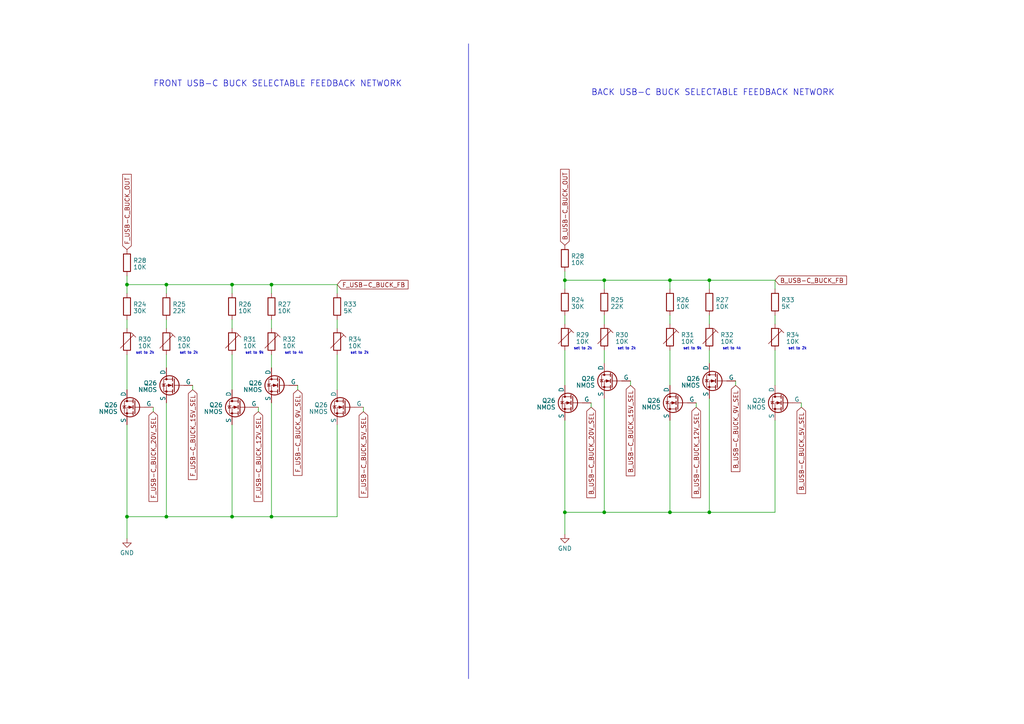
<source format=kicad_sch>
(kicad_sch (version 20230121) (generator eeschema)
  (paper "A4")
  (lib_symbols
    (symbol "Device:R" (pin_numbers hide) (pin_names (offset 0))
      (property "Reference" "R" (at 2.032 0 90))
      (property "Value" "R" (at 0 0 90))
      (symbol "R_0_1"
        (rectangle (start -1.016 -2.54) (end 1.016 2.54) (stroke (width 0.254)))
      )
      (symbol "R_1_1"
        (pin passive line (at 0 3.81 270) (length 1.27) (name "~") (number "1"))
        (pin passive line (at 0 -3.81 90) (length 1.27) (name "~") (number "2"))
      )
    )
    (symbol "Device:R_Trim" (pin_numbers hide) (pin_names (offset 0))
      (property "Reference" "R" (at 2.54 -2.54 90))
      (property "Value" "R_Trim" (at -2.54 -0.635 90))
      (symbol "R_Trim_0_1"
        (rectangle (start -1.016 -2.54) (end 1.016 2.54) (stroke (width 0.254)))
        (polyline (pts (xy -1.905 -1.905) (xy 1.905 1.905) (xy 2.54 1.27) (xy 1.27 2.54)))
      )
      (symbol "R_Trim_1_1"
        (pin passive line (at 0 3.81 270) (length 1.27) (name "~") (number "1"))
        (pin passive line (at 0 -3.81 90) (length 1.27) (name "~") (number "2"))
      )
    )
    (symbol "Simulation_SPICE:NMOS" (pin_numbers hide) (pin_names (offset 0))
      (property "Reference" "Q" (at 5.08 1.27 0))
      (property "Value" "NMOS" (at 5.08 -1.27 0))
      (symbol "NMOS_0_1"
        (polyline (pts (xy 0.254 0) (xy -2.54 0)))
        (polyline (pts (xy 0.254 1.905) (xy 0.254 -1.905)) (stroke (width 0.254)))
        (polyline (pts (xy 0.762 -1.27) (xy 0.762 -2.286)) (stroke (width 0.254)))
        (polyline (pts (xy 0.762 0.508) (xy 0.762 -0.508)) (stroke (width 0.254)))
        (polyline (pts (xy 0.762 2.286) (xy 0.762 1.27)) (stroke (width 0.254)))
        (polyline (pts (xy 2.54 2.54) (xy 2.54 1.778)))
        (polyline (pts (xy 2.54 -2.54) (xy 2.54 0) (xy 0.762 0)))
        (polyline (pts (xy 0.762 -1.778) (xy 3.302 -1.778) (xy 3.302 1.778) (xy 0.762 1.778)))
        (polyline (pts (xy 1.016 0) (xy 2.032 0.381) (xy 2.032 -0.381) (xy 1.016 0)) (fill (type outline)))
        (polyline (pts (xy 2.794 0.508) (xy 2.921 0.381) (xy 3.683 0.381) (xy 3.81 0.254)))
        (polyline (pts (xy 3.302 0.381) (xy 2.921 -0.254) (xy 3.683 -0.254) (xy 3.302 0.381)))
        (circle (center 1.651 0) (radius 2.794) (stroke (width 0.254)))
        (circle (center 2.54 -1.778) (radius 0.254) (fill (type outline)))
        (circle (center 2.54 1.778) (radius 0.254) (fill (type outline)))
      )
      (symbol "NMOS_1_1"
        (pin passive line (at 2.54 5.08 270) (length 2.54) (name "D") (number "1"))
        (pin input line (at -5.08 0 0) (length 2.54) (name "G") (number "2"))
        (pin passive line (at 2.54 -5.08 90) (length 2.54) (name "S") (number "3"))
      )
    )
    (symbol "power:GND" (power) (pin_names (offset 0))
      (property "Value" "GND" (at 0 -3.81 0))
      (symbol "GND_0_1"
        (polyline (pts (xy 0 0) (xy 0 -1.27) (xy 1.27 -1.27) (xy 0 -2.54) (xy -1.27 -1.27) (xy 0 -1.27)))
      )
      (symbol "GND_1_1"
        (pin power_in line (at 0 0 270) (length 0) hide (name "GND") (number "1"))
      )
    )
  )
  (junction (at 194.31 148.59))
  (junction (at 175.26 148.59))
  (junction (at 67.31 82.55))
  (junction (at 48.26 149.86))
  (junction (at 48.26 82.55))
  (junction (at 205.74 81.28))
  (junction (at 205.74 148.59))
  (junction (at 163.83 148.59))
  (junction (at 194.31 81.28))
  (junction (at 36.83 82.55))
  (junction (at 163.83 81.28))
  (junction (at 67.31 149.86))
  (junction (at 175.26 81.28))
  (junction (at 78.74 82.55))
  (junction (at 36.83 149.86))
  (junction (at 78.74 149.86))
  (wire (pts (xy 97.79 82.55) (xy 97.79 85.09)))
  (wire (pts (xy 67.31 82.55) (xy 78.74 82.55)))
  (wire (pts (xy 224.79 81.28) (xy 224.79 83.82)))
  (wire (pts (xy 194.31 148.59) (xy 175.26 148.59)))
  (wire (pts (xy 182.88 110.49) (xy 182.88 111.76)))
  (wire (pts (xy 36.83 80.01) (xy 36.83 82.55)))
  (wire (pts (xy 44.45 118.11) (xy 44.45 119.38)))
  (wire (pts (xy 78.74 116.84) (xy 78.74 149.86)))
  (wire (pts (xy 78.74 102.87) (xy 78.74 106.68)))
  (wire (pts (xy 97.79 123.19) (xy 97.79 149.86)))
  (wire (pts (xy 163.83 101.6) (xy 163.83 111.76)))
  (wire (pts (xy 48.26 102.87) (xy 48.26 106.68)))
  (wire (pts (xy 67.31 102.87) (xy 67.31 113.03)))
  (wire (pts (xy 213.36 110.49) (xy 213.36 111.76)))
  (wire (pts (xy 205.74 91.44) (xy 205.74 93.98)))
  (wire (pts (xy 78.74 82.55) (xy 97.79 82.55)))
  (wire (pts (xy 201.93 116.84) (xy 201.93 118.11)))
  (wire (pts (xy 36.83 123.19) (xy 36.83 149.86)))
  (wire (pts (xy 163.83 121.92) (xy 163.83 148.59)))
  (wire (pts (xy 175.26 101.6) (xy 175.26 105.41)))
  (wire (pts (xy 67.31 123.19) (xy 67.31 149.86)))
  (wire (pts (xy 163.83 148.59) (xy 163.83 154.94)))
  (wire (pts (xy 97.79 102.87) (xy 97.79 113.03)))
  (wire (pts (xy 67.31 149.86) (xy 48.26 149.86)))
  (wire (pts (xy 205.74 83.82) (xy 205.74 81.28)))
  (wire (pts (xy 194.31 81.28) (xy 194.31 83.82)))
  (wire (pts (xy 67.31 92.71) (xy 67.31 95.25)))
  (wire (pts (xy 224.79 101.6) (xy 224.79 111.76)))
  (wire (pts (xy 78.74 149.86) (xy 67.31 149.86)))
  (wire (pts (xy 205.74 115.57) (xy 205.74 148.59)))
  (wire (pts (xy 55.88 111.76) (xy 55.88 113.03)))
  (wire (pts (xy 194.31 101.6) (xy 194.31 111.76)))
  (wire (pts (xy 48.26 82.55) (xy 48.26 85.09)))
  (wire (pts (xy 48.26 116.84) (xy 48.26 149.86)))
  (wire (pts (xy 86.36 111.76) (xy 86.36 113.03)))
  (wire (pts (xy 171.45 116.84) (xy 171.45 118.11)))
  (wire (pts (xy 48.26 149.86) (xy 36.83 149.86)))
  (wire (pts (xy 105.41 118.11) (xy 105.41 119.38)))
  (wire (pts (xy 36.83 92.71) (xy 36.83 95.25)))
  (polyline (pts (xy 135.89 12.7) (xy 135.89 196.85)))
  (wire (pts (xy 36.83 149.86) (xy 36.83 156.21)))
  (wire (pts (xy 48.26 92.71) (xy 48.26 95.25)))
  (wire (pts (xy 194.31 121.92) (xy 194.31 148.59)))
  (wire (pts (xy 163.83 81.28) (xy 175.26 81.28)))
  (wire (pts (xy 194.31 81.28) (xy 205.74 81.28)))
  (wire (pts (xy 74.93 118.11) (xy 74.93 119.38)))
  (wire (pts (xy 163.83 91.44) (xy 163.83 93.98)))
  (wire (pts (xy 78.74 85.09) (xy 78.74 82.55)))
  (wire (pts (xy 175.26 91.44) (xy 175.26 93.98)))
  (wire (pts (xy 175.26 81.28) (xy 175.26 83.82)))
  (wire (pts (xy 36.83 82.55) (xy 48.26 82.55)))
  (wire (pts (xy 175.26 81.28) (xy 194.31 81.28)))
  (wire (pts (xy 175.26 148.59) (xy 163.83 148.59)))
  (wire (pts (xy 97.79 149.86) (xy 78.74 149.86)))
  (wire (pts (xy 205.74 101.6) (xy 205.74 105.41)))
  (wire (pts (xy 36.83 82.55) (xy 36.83 85.09)))
  (wire (pts (xy 232.41 116.84) (xy 232.41 118.11)))
  (wire (pts (xy 67.31 82.55) (xy 67.31 85.09)))
  (wire (pts (xy 205.74 148.59) (xy 194.31 148.59)))
  (wire (pts (xy 224.79 121.92) (xy 224.79 148.59)))
  (wire (pts (xy 194.31 91.44) (xy 194.31 93.98)))
  (wire (pts (xy 163.83 81.28) (xy 163.83 83.82)))
  (wire (pts (xy 97.79 92.71) (xy 97.79 95.25)))
  (wire (pts (xy 224.79 91.44) (xy 224.79 93.98)))
  (wire (pts (xy 36.83 102.87) (xy 36.83 113.03)))
  (wire (pts (xy 48.26 82.55) (xy 67.31 82.55)))
  (wire (pts (xy 163.83 78.74) (xy 163.83 81.28)))
  (wire (pts (xy 224.79 148.59) (xy 205.74 148.59)))
  (wire (pts (xy 78.74 92.71) (xy 78.74 95.25)))
  (wire (pts (xy 205.74 81.28) (xy 224.79 81.28)))
  (wire (pts (xy 175.26 115.57) (xy 175.26 148.59)))
  (text "set to 9k" (at 198.12 101.6 0) (effects (font (size 0.75 0.75)) (justify left bottom)))
  (text "BACK USB-C BUCK SELECTABLE FEEDBACK NETWORK" (at 171.45 27.94 0) (effects (font (size 1.75 1.75)) (justify left bottom)))
  (text "set to 4k" (at 82.55 102.87 0) (effects (font (size 0.75 0.75)) (justify left bottom)))
  (text "set to 2k" (at 52.07 102.87 0) (effects (font (size 0.75 0.75)) (justify left bottom)))
  (text "set to 4k" (at 209.55 101.6 0) (effects (font (size 0.75 0.75)) (justify left bottom)))
  (text "set to 2k" (at 179.07 101.6 0) (effects (font (size 0.75 0.75)) (justify left bottom)))
  (text "set to 2k" (at 228.6 101.6 0) (effects (font (size 0.75 0.75)) (justify left bottom)))
  (text "set to 2k" (at 166.37 101.6 0) (effects (font (size 0.75 0.75)) (justify left bottom)))
  (text "set to 9k" (at 71.12 102.87 0) (effects (font (size 0.75 0.75)) (justify left bottom)))
  (text "set to 2k" (at 101.6 102.87 0) (effects (font (size 0.75 0.75)) (justify left bottom)))
  (text "FRONT USB-C BUCK SELECTABLE FEEDBACK NETWORK" (at 44.45 25.4 0) (effects (font (size 1.75 1.75)) (justify left bottom)))
  (text "set to 2k" (at 39.37 102.87 0) (effects (font (size 0.75 0.75)) (justify left bottom)))
  (global_label "B_USB-C_BUCK_5V_SEL" (shape input) (at 232.41 118.11 270) (property "Intersheetrefs" "${INTERSHEET_REFS}" (effects hide)))
  (global_label "B_USB-C_BUCK_9V_SEL" (shape input) (at 213.36 111.76 270) (property "Intersheetrefs" "${INTERSHEET_REFS}" (effects hide)))
  (global_label "B_USB-C_BUCK_12V_SEL" (shape input) (at 201.93 118.11 270) (property "Intersheetrefs" "${INTERSHEET_REFS}" (effects hide)))
  (global_label "B_USB-C_BUCK_OUT" (shape input) (at 163.83 71.12 90) (property "Intersheetrefs" "${INTERSHEET_REFS}" (effects hide)))
  (global_label "F_USB-C_BUCK_9V_SEL" (shape input) (at 86.36 113.03 270) (property "Intersheetrefs" "${INTERSHEET_REFS}" (effects hide)))
  (global_label "B_USB-C_BUCK_20V_SEL" (shape input) (at 171.45 118.11 270) (property "Intersheetrefs" "${INTERSHEET_REFS}" (effects hide)))
  (global_label "F_USB-C_BUCK_OUT" (shape input) (at 36.83 72.39 90) (property "Intersheetrefs" "${INTERSHEET_REFS}" (effects hide)))
  (global_label "F_USB-C_BUCK_15V_SEL" (shape input) (at 55.88 113.03 270) (property "Intersheetrefs" "${INTERSHEET_REFS}" (effects hide)))
  (global_label "F_USB-C_BUCK_FB" (shape input) (at 97.79 82.55 0) (property "Intersheetrefs" "${INTERSHEET_REFS}" (effects hide)))
  (global_label "B_USB-C_BUCK_FB" (shape input) (at 224.79 81.28 0) (property "Intersheetrefs" "${INTERSHEET_REFS}" (effects hide)))
  (global_label "F_USB-C_BUCK_5V_SEL" (shape input) (at 105.41 119.38 270) (property "Intersheetrefs" "${INTERSHEET_REFS}" (effects hide)))
  (global_label "F_USB-C_BUCK_12V_SEL" (shape input) (at 74.93 119.38 270) (property "Intersheetrefs" "${INTERSHEET_REFS}" (effects hide)))
  (global_label "F_USB-C_BUCK_20V_SEL" (shape input) (at 44.45 119.38 270) (property "Intersheetrefs" "${INTERSHEET_REFS}" (effects hide)))
  (global_label "B_USB-C_BUCK_15V_SEL" (shape input) (at 182.88 111.76 270) (property "Intersheetrefs" "${INTERSHEET_REFS}" (effects hide)))
  (symbol (lib_id "Device:R") (at 36.83 88.9 0) (unit 1)
    (property "Reference" "R24" (at 38.608 88.2563 0) (effects (justify left)))
    (property "Value" "30K" (at 38.608 90.1773 0) (effects (justify left)))
    (property "Footprint" "Resistor_SMD:R_0603_1608Metric" (effects hide))
    (instances (project "usbc-car-module" (path "" (reference "R24") (unit 1)) (path "" (reference "R29") (unit 1))))
  )
  (symbol (lib_id "Device:R") (at 48.26 88.9 0) (unit 1)
    (property "Reference" "R25" (at 50.038 88.2563 0) (effects (justify left)))
    (property "Value" "22K" (at 50.038 90.1773 0) (effects (justify left)))
    (property "Footprint" "Resistor_SMD:R_0603_1608Metric" (effects hide))
    (instances (project "usbc-car-module" (path "" (reference "R25") (unit 1)) (path "" (reference "R31") (unit 1))))
  )
  (symbol (lib_id "Device:R_Trim") (at 48.26 99.06 0) (unit 1)
    (property "Reference" "R30" (at 51.435 98.4163 0) (effects (justify left)))
    (property "Value" "10K" (at 51.435 100.3373 0) (effects (justify left)))
    (property "Footprint" "Potentiometer_SMD:Potentiometer_Bourns_TC33X_Vertical" (effects hide))
    (instances (project "usbc-car-module" (path "" (reference "R30") (unit 1)) (path "" (reference "R32") (unit 1))))
  )
  (symbol (lib_id "Simulation_SPICE:NMOS") (at 39.37 118.11 0) (mirror y) (unit 1)
    (property "Reference" "Q26" (at 34.163 117.4663 0) (effects (justify left)))
    (property "Value" "NMOS" (at 34.163 119.3873 0) (effects (justify left)))
    (property "Footprint" "Package_TO_SOT_SMD:SOT-416" (effects hide))
    (property "Datasheet" "https://ngspice.sourceforge.io/docs/ngspice-manual.pdf" (effects hide))
    (property "Sim.Device" "NMOS" (effects hide))
    (property "Sim.Type" "VDMOS" (effects hide))
    (property "Sim.Pins" "1=D 2=G 3=S" (effects hide))
    (instances (project "usbc-car-module" (path "" (reference "Q26") (unit 1)) (path "" (reference "Q11") (unit 1))))
  )
  (symbol (lib_id "power:GND") (at 36.83 156.21 0) (unit 1)
    (property "Reference" "#PWR032" (effects hide))
    (property "Value" "GND" (at 36.83 160.3455 0))
    (instances (project "usbc-car-module" (path "" (reference "#PWR032") (unit 1)) (path "" (reference "#PWR040") (unit 1))))
  )
  (symbol (lib_id "Device:R_Trim") (at 205.74 97.79 0) (unit 1)
    (property "Reference" "R32" (at 208.915 97.1463 0) (effects (justify left)))
    (property "Value" "10K" (at 208.915 99.0673 0) (effects (justify left)))
    (property "Footprint" "Potentiometer_SMD:Potentiometer_Bourns_TC33X_Vertical" (effects hide))
    (instances (project "usbc-car-module" (path "" (reference "R32") (unit 1)) (path "" (reference "R47") (unit 1))))
  )
  (symbol (lib_id "Device:R_Trim") (at 67.31 99.06 0) (unit 1)
    (property "Reference" "R31" (at 70.485 98.4163 0) (effects (justify left)))
    (property "Value" "10K" (at 70.485 100.3373 0) (effects (justify left)))
    (property "Footprint" "Potentiometer_SMD:Potentiometer_Bourns_TC33X_Vertical" (effects hide))
    (instances (project "usbc-car-module" (path "" (reference "R31") (unit 1)) (path "" (reference "R34") (unit 1))))
  )
  (symbol (lib_id "Simulation_SPICE:NMOS") (at 166.37 116.84 0) (mirror y) (unit 1)
    (property "Reference" "Q26" (at 161.163 116.1963 0) (effects (justify left)))
    (property "Value" "NMOS" (at 161.163 118.1173 0) (effects (justify left)))
    (property "Footprint" "Package_TO_SOT_SMD:SOT-416" (effects hide))
    (property "Datasheet" "https://ngspice.sourceforge.io/docs/ngspice-manual.pdf" (effects hide))
    (property "Sim.Device" "NMOS" (effects hide))
    (property "Sim.Type" "VDMOS" (effects hide))
    (property "Sim.Pins" "1=D 2=G 3=S" (effects hide))
    (instances (project "usbc-car-module" (path "" (reference "Q26") (unit 1)) (path "" (reference "Q16") (unit 1))))
  )
  (symbol (lib_id "Simulation_SPICE:NMOS") (at 208.28 110.49 0) (mirror y) (unit 1)
    (property "Reference" "Q26" (at 203.073 109.8463 0) (effects (justify left)))
    (property "Value" "NMOS" (at 203.073 111.7673 0) (effects (justify left)))
    (property "Footprint" "Package_TO_SOT_SMD:SOT-416" (effects hide))
    (property "Datasheet" "https://ngspice.sourceforge.io/docs/ngspice-manual.pdf" (effects hide))
    (property "Sim.Device" "NMOS" (effects hide))
    (property "Sim.Type" "VDMOS" (effects hide))
    (property "Sim.Pins" "1=D 2=G 3=S" (effects hide))
    (instances (project "usbc-car-module" (path "" (reference "Q26") (unit 1)) (path "" (reference "Q13") (unit 1))))
  )
  (symbol (lib_id "Device:R") (at 194.31 87.63 0) (unit 1)
    (property "Reference" "R26" (at 196.088 86.9863 0) (effects (justify left)))
    (property "Value" "10K" (at 196.088 88.9073 0) (effects (justify left)))
    (property "Footprint" "Resistor_SMD:R_0603_1608Metric" (effects hide))
    (instances (project "usbc-car-module" (path "" (reference "R26") (unit 1)) (path "" (reference "R44") (unit 1))))
  )
  (symbol (lib_id "Device:R") (at 97.79 88.9 0) (unit 1)
    (property "Reference" "R33" (at 99.568 88.2563 0) (effects (justify left)))
    (property "Value" "5K" (at 99.568 90.1773 0) (effects (justify left)))
    (property "Footprint" "Resistor_SMD:R_0603_1608Metric" (effects hide))
    (instances (project "usbc-car-module" (path "" (reference "R33") (unit 1)) (path "" (reference "R37") (unit 1))))
  )
  (symbol (lib_id "Device:R") (at 175.26 87.63 0) (unit 1)
    (property "Reference" "R25" (at 177.038 86.9863 0) (effects (justify left)))
    (property "Value" "22K" (at 177.038 88.9073 0) (effects (justify left)))
    (property "Footprint" "Resistor_SMD:R_0603_1608Metric" (effects hide))
    (instances (project "usbc-car-module" (path "" (reference "R25") (unit 1)) (path "" (reference "R42") (unit 1))))
  )
  (symbol (lib_id "Device:R_Trim") (at 36.83 99.06 0) (unit 1)
    (property "Reference" "R30" (at 40.005 98.4163 0) (effects (justify left)))
    (property "Value" "10K" (at 40.005 100.3373 0) (effects (justify left)))
    (property "Footprint" "Potentiometer_SMD:Potentiometer_Bourns_TC33X_Vertical" (effects hide))
  )
  (symbol (lib_id "Device:R") (at 224.79 87.63 0) (unit 1)
    (property "Reference" "R33" (at 226.568 86.9863 0) (effects (justify left)))
    (property "Value" "5K" (at 226.568 88.9073 0) (effects (justify left)))
    (property "Footprint" "Resistor_SMD:R_0603_1608Metric" (effects hide))
    (instances (project "usbc-car-module" (path "" (reference "R33") (unit 1)) (path "" (reference "R48") (unit 1))))
  )
  (symbol (lib_id "power:GND") (at 163.83 154.94 0) (unit 1)
    (property "Reference" "#PWR032" (effects hide))
    (property "Value" "GND" (at 163.83 159.0755 0))
    (instances (project "usbc-car-module" (path "" (reference "#PWR032") (unit 1)) (path "" (reference "#PWR041") (unit 1))))
  )
  (symbol (lib_id "Device:R_Trim") (at 194.31 97.79 0) (unit 1)
    (property "Reference" "R31" (at 197.485 97.1463 0) (effects (justify left)))
    (property "Value" "10K" (at 197.485 99.0673 0) (effects (justify left)))
    (property "Footprint" "Potentiometer_SMD:Potentiometer_Bourns_TC33X_Vertical" (effects hide))
    (instances (project "usbc-car-module" (path "" (reference "R31") (unit 1)) (path "" (reference "R45") (unit 1))))
  )
  (symbol (lib_id "Device:R") (at 78.74 88.9 0) (unit 1)
    (property "Reference" "R27" (at 80.518 88.2563 0) (effects (justify left)))
    (property "Value" "10K" (at 80.518 90.1773 0) (effects (justify left)))
    (property "Footprint" "Resistor_SMD:R_0603_1608Metric" (effects hide))
    (instances (project "usbc-car-module" (path "" (reference "R27") (unit 1)) (path "" (reference "R35") (unit 1))))
  )
  (symbol (lib_id "Device:R_Trim") (at 224.79 97.79 0) (unit 1)
    (property "Reference" "R34" (at 227.965 97.1463 0) (effects (justify left)))
    (property "Value" "10K" (at 227.965 99.0673 0) (effects (justify left)))
    (property "Footprint" "Potentiometer_SMD:Potentiometer_Bourns_TC33X_Vertical" (effects hide))
    (instances (project "usbc-car-module" (path "" (reference "R34") (unit 1)) (path "" (reference "R49") (unit 1))))
  )
  (symbol (lib_id "Device:R") (at 67.31 88.9 0) (unit 1)
    (property "Reference" "R26" (at 69.088 88.2563 0) (effects (justify left)))
    (property "Value" "10K" (at 69.088 90.1773 0) (effects (justify left)))
    (property "Footprint" "Resistor_SMD:R_0603_1608Metric" (effects hide))
    (instances (project "usbc-car-module" (path "" (reference "R26") (unit 1)) (path "" (reference "R33") (unit 1))))
  )
  (symbol (lib_id "Device:R_Trim") (at 175.26 97.79 0) (unit 1)
    (property "Reference" "R30" (at 178.435 97.1463 0) (effects (justify left)))
    (property "Value" "10K" (at 178.435 99.0673 0) (effects (justify left)))
    (property "Footprint" "Potentiometer_SMD:Potentiometer_Bourns_TC33X_Vertical" (effects hide))
    (instances (project "usbc-car-module" (path "" (reference "R30") (unit 1)) (path "" (reference "R43") (unit 1))))
  )
  (symbol (lib_id "Simulation_SPICE:NMOS") (at 81.28 111.76 0) (mirror y) (unit 1)
    (property "Reference" "Q26" (at 76.073 111.1163 0) (effects (justify left)))
    (property "Value" "NMOS" (at 76.073 113.0373 0) (effects (justify left)))
    (property "Footprint" "Package_TO_SOT_SMD:SOT-416" (effects hide))
    (property "Datasheet" "https://ngspice.sourceforge.io/docs/ngspice-manual.pdf" (effects hide))
    (property "Sim.Device" "NMOS" (effects hide))
    (property "Sim.Type" "VDMOS" (effects hide))
    (property "Sim.Pins" "1=D 2=G 3=S" (effects hide))
    (instances (project "usbc-car-module" (path "" (reference "Q26") (unit 1)) (path "" (reference "Q7") (unit 1))))
  )
  (symbol (lib_id "Simulation_SPICE:NMOS") (at 50.8 111.76 0) (mirror y) (unit 1)
    (property "Reference" "Q26" (at 45.593 111.1163 0) (effects (justify left)))
    (property "Value" "NMOS" (at 45.593 113.0373 0) (effects (justify left)))
    (property "Footprint" "Package_TO_SOT_SMD:SOT-416" (effects hide))
    (property "Datasheet" "https://ngspice.sourceforge.io/docs/ngspice-manual.pdf" (effects hide))
    (property "Sim.Device" "NMOS" (effects hide))
    (property "Sim.Type" "VDMOS" (effects hide))
    (property "Sim.Pins" "1=D 2=G 3=S" (effects hide))
    (instances (project "usbc-car-module" (path "" (reference "Q26") (unit 1)) (path "" (reference "Q10") (unit 1))))
  )
  (symbol (lib_id "Device:R") (at 205.74 87.63 0) (unit 1)
    (property "Reference" "R27" (at 207.518 86.9863 0) (effects (justify left)))
    (property "Value" "10K" (at 207.518 88.9073 0) (effects (justify left)))
    (property "Footprint" "Resistor_SMD:R_0603_1608Metric" (effects hide))
    (instances (project "usbc-car-module" (path "" (reference "R27") (unit 1)) (path "" (reference "R46") (unit 1))))
  )
  (symbol (lib_id "Simulation_SPICE:NMOS") (at 196.85 116.84 0) (mirror y) (unit 1)
    (property "Reference" "Q26" (at 191.643 116.1963 0) (effects (justify left)))
    (property "Value" "NMOS" (at 191.643 118.1173 0) (effects (justify left)))
    (property "Footprint" "Package_TO_SOT_SMD:SOT-416" (effects hide))
    (property "Datasheet" "https://ngspice.sourceforge.io/docs/ngspice-manual.pdf" (effects hide))
    (property "Sim.Device" "NMOS" (effects hide))
    (property "Sim.Type" "VDMOS" (effects hide))
    (property "Sim.Pins" "1=D 2=G 3=S" (effects hide))
    (instances (project "usbc-car-module" (path "" (reference "Q26") (unit 1)) (path "" (reference "Q14") (unit 1))))
  )
  (symbol (lib_id "Device:R_Trim") (at 163.83 97.79 0) (unit 1)
    (property "Reference" "R29" (at 167.005 97.1463 0) (effects (justify left)))
    (property "Value" "10K" (at 167.005 99.0673 0) (effects (justify left)))
    (property "Footprint" "Potentiometer_SMD:Potentiometer_Bourns_TC33X_Vertical" (effects hide))
    (instances (project "usbc-car-module" (path "" (reference "R29") (unit 1)) (path "" (reference "R41") (unit 1))))
  )
  (symbol (lib_id "Simulation_SPICE:NMOS") (at 177.8 110.49 0) (mirror y) (unit 1)
    (property "Reference" "Q26" (at 172.593 109.8463 0) (effects (justify left)))
    (property "Value" "NMOS" (at 172.593 111.7673 0) (effects (justify left)))
    (property "Footprint" "Package_TO_SOT_SMD:SOT-416" (effects hide))
    (property "Datasheet" "https://ngspice.sourceforge.io/docs/ngspice-manual.pdf" (effects hide))
    (property "Sim.Device" "NMOS" (effects hide))
    (property "Sim.Type" "VDMOS" (effects hide))
    (property "Sim.Pins" "1=D 2=G 3=S" (effects hide))
    (instances (project "usbc-car-module" (path "" (reference "Q26") (unit 1)) (path "" (reference "Q15") (unit 1))))
  )
  (symbol (lib_id "Simulation_SPICE:NMOS") (at 100.33 118.11 0) (mirror y) (unit 1)
    (property "Reference" "Q26" (at 95.123 117.4663 0) (effects (justify left)))
    (property "Value" "NMOS" (at 95.123 119.3873 0) (effects (justify left)))
    (property "Footprint" "Package_TO_SOT_SMD:SOT-416" (effects hide))
    (property "Datasheet" "https://ngspice.sourceforge.io/docs/ngspice-manual.pdf" (effects hide))
    (property "Sim.Device" "NMOS" (effects hide))
    (property "Sim.Type" "VDMOS" (effects hide))
    (property "Sim.Pins" "1=D 2=G 3=S" (effects hide))
    (instances (project "usbc-car-module" (path "" (reference "Q26") (unit 1)) (path "" (reference "Q8") (unit 1))))
  )
  (symbol (lib_id "Device:R") (at 163.83 74.93 0) (unit 1)
    (property "Reference" "R28" (at 165.608 74.2863 0) (effects (justify left)))
    (property "Value" "10K" (at 165.608 76.2073 0) (effects (justify left)))
    (property "Footprint" "Resistor_SMD:R_0603_1608Metric" (effects hide))
    (instances (project "usbc-car-module" (path "" (reference "R28") (unit 1)) (path "" (reference "R39") (unit 1))))
  )
  (symbol (lib_id "Device:R_Trim") (at 97.79 99.06 0) (unit 1)
    (property "Reference" "R34" (at 100.965 98.4163 0) (effects (justify left)))
    (property "Value" "10K" (at 100.965 100.3373 0) (effects (justify left)))
    (property "Footprint" "Potentiometer_SMD:Potentiometer_Bourns_TC33X_Vertical" (effects hide))
    (instances (project "usbc-car-module" (path "" (reference "R34") (unit 1)) (path "" (reference "R38") (unit 1))))
  )
  (symbol (lib_id "Simulation_SPICE:NMOS") (at 69.85 118.11 0) (mirror y) (unit 1)
    (property "Reference" "Q26" (at 64.643 117.4663 0) (effects (justify left)))
    (property "Value" "NMOS" (at 64.643 119.3873 0) (effects (justify left)))
    (property "Footprint" "Package_TO_SOT_SMD:SOT-416" (effects hide))
    (property "Datasheet" "https://ngspice.sourceforge.io/docs/ngspice-manual.pdf" (effects hide))
    (property "Sim.Device" "NMOS" (effects hide))
    (property "Sim.Type" "VDMOS" (effects hide))
    (property "Sim.Pins" "1=D 2=G 3=S" (effects hide))
    (instances (project "usbc-car-module" (path "" (reference "Q26") (unit 1)) (path "" (reference "Q9") (unit 1))))
  )
  (symbol (lib_id "Simulation_SPICE:NMOS") (at 227.33 116.84 0) (mirror y) (unit 1)
    (property "Reference" "Q26" (at 222.123 116.1963 0) (effects (justify left)))
    (property "Value" "NMOS" (at 222.123 118.1173 0) (effects (justify left)))
    (property "Footprint" "Package_TO_SOT_SMD:SOT-416" (effects hide))
    (property "Datasheet" "https://ngspice.sourceforge.io/docs/ngspice-manual.pdf" (effects hide))
    (property "Sim.Device" "NMOS" (effects hide))
    (property "Sim.Type" "VDMOS" (effects hide))
    (property "Sim.Pins" "1=D 2=G 3=S" (effects hide))
    (instances (project "usbc-car-module" (path "" (reference "Q26") (unit 1)) (path "" (reference "Q12") (unit 1))))
  )
  (symbol (lib_id "Device:R_Trim") (at 78.74 99.06 0) (unit 1)
    (property "Reference" "R32" (at 81.915 98.4163 0) (effects (justify left)))
    (property "Value" "10K" (at 81.915 100.3373 0) (effects (justify left)))
    (property "Footprint" "Potentiometer_SMD:Potentiometer_Bourns_TC33X_Vertical" (effects hide))
    (instances (project "usbc-car-module" (path "" (reference "R32") (unit 1)) (path "" (reference "R36") (unit 1))))
  )
  (symbol (lib_id "Device:R") (at 36.83 76.2 0) (unit 1)
    (property "Reference" "R28" (at 38.608 75.5563 0) (effects (justify left)))
    (property "Value" "10K" (at 38.608 77.4773 0) (effects (justify left)))
    (property "Footprint" "Resistor_SMD:R_0603_1608Metric" (effects hide))
  )
  (symbol (lib_id "Device:R") (at 163.83 87.63 0) (unit 1)
    (property "Reference" "R24" (at 165.608 86.9863 0) (effects (justify left)))
    (property "Value" "30K" (at 165.608 88.9073 0) (effects (justify left)))
    (property "Footprint" "Resistor_SMD:R_0603_1608Metric" (effects hide))
    (instances (project "usbc-car-module" (path "" (reference "R24") (unit 1)) (path "" (reference "R40") (unit 1))))
  )
)
</source>
